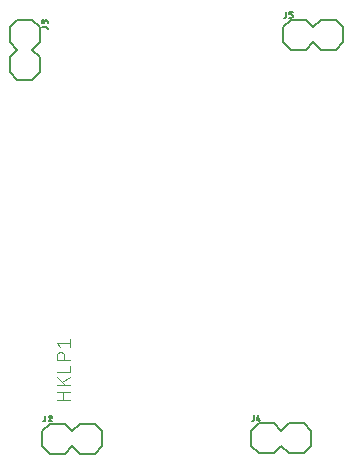
<source format=gto>
G75*
%MOIN*%
%OFA0B0*%
%FSLAX25Y25*%
%IPPOS*%
%LPD*%
%AMOC8*
5,1,8,0,0,1.08239X$1,22.5*
%
%ADD10C,0.00400*%
%ADD11C,0.00800*%
%ADD12C,0.00500*%
D10*
X0018483Y0019940D02*
X0023083Y0019940D01*
X0023083Y0022496D02*
X0018483Y0022496D01*
X0020528Y0022496D02*
X0020528Y0019940D01*
X0021295Y0024807D02*
X0018483Y0027362D01*
X0018483Y0029249D02*
X0023083Y0029249D01*
X0023083Y0031293D01*
X0023083Y0033207D02*
X0018483Y0033207D01*
X0018483Y0034485D01*
X0018485Y0034555D01*
X0018491Y0034626D01*
X0018500Y0034695D01*
X0018514Y0034764D01*
X0018531Y0034833D01*
X0018552Y0034900D01*
X0018577Y0034966D01*
X0018605Y0035030D01*
X0018637Y0035093D01*
X0018672Y0035154D01*
X0018711Y0035213D01*
X0018752Y0035270D01*
X0018797Y0035324D01*
X0018845Y0035376D01*
X0018895Y0035425D01*
X0018949Y0035472D01*
X0019004Y0035515D01*
X0019062Y0035555D01*
X0019122Y0035592D01*
X0019184Y0035625D01*
X0019248Y0035655D01*
X0019313Y0035682D01*
X0019379Y0035705D01*
X0019447Y0035724D01*
X0019516Y0035739D01*
X0019585Y0035751D01*
X0019655Y0035759D01*
X0019726Y0035763D01*
X0019796Y0035763D01*
X0019867Y0035759D01*
X0019937Y0035751D01*
X0020006Y0035739D01*
X0020075Y0035724D01*
X0020143Y0035705D01*
X0020209Y0035682D01*
X0020274Y0035655D01*
X0020338Y0035625D01*
X0020400Y0035592D01*
X0020460Y0035555D01*
X0020518Y0035515D01*
X0020573Y0035472D01*
X0020627Y0035425D01*
X0020677Y0035376D01*
X0020725Y0035324D01*
X0020770Y0035270D01*
X0020811Y0035213D01*
X0020850Y0035154D01*
X0020885Y0035093D01*
X0020917Y0035030D01*
X0020945Y0034966D01*
X0020970Y0034900D01*
X0020991Y0034833D01*
X0021008Y0034764D01*
X0021022Y0034695D01*
X0021031Y0034626D01*
X0021037Y0034555D01*
X0021039Y0034485D01*
X0021039Y0033207D01*
X0019506Y0037490D02*
X0018483Y0038768D01*
X0023083Y0038768D01*
X0023083Y0037490D02*
X0023083Y0040046D01*
X0023083Y0027362D02*
X0020272Y0025829D01*
X0018483Y0024807D02*
X0023083Y0024807D01*
D11*
X0013717Y0004406D02*
X0016217Y0001906D01*
X0021217Y0001906D01*
X0023717Y0004406D01*
X0026217Y0001906D01*
X0031217Y0001906D01*
X0033717Y0004406D01*
X0033717Y0009406D01*
X0031217Y0011906D01*
X0026217Y0011906D01*
X0023717Y0009406D01*
X0021217Y0011906D01*
X0016217Y0011906D01*
X0013717Y0009406D01*
X0013717Y0004406D01*
X0083283Y0004563D02*
X0085783Y0002063D01*
X0090783Y0002063D01*
X0093283Y0004563D01*
X0095783Y0002063D01*
X0100783Y0002063D01*
X0103283Y0004563D01*
X0103283Y0009563D01*
X0100783Y0012063D01*
X0095783Y0012063D01*
X0093283Y0009563D01*
X0090783Y0012063D01*
X0085783Y0012063D01*
X0083283Y0009563D01*
X0083283Y0004563D01*
X0010295Y0126630D02*
X0005295Y0126630D01*
X0002795Y0129130D01*
X0002795Y0134130D01*
X0005295Y0136630D01*
X0002795Y0139130D01*
X0002795Y0144130D01*
X0005295Y0146630D01*
X0010295Y0146630D01*
X0012795Y0144130D01*
X0012795Y0139130D01*
X0010295Y0136630D01*
X0012795Y0134130D01*
X0012795Y0129130D01*
X0010295Y0126630D01*
X0094031Y0139051D02*
X0096531Y0136551D01*
X0101531Y0136551D01*
X0104031Y0139051D01*
X0106531Y0136551D01*
X0111531Y0136551D01*
X0114031Y0139051D01*
X0114031Y0144051D01*
X0111531Y0146551D01*
X0106531Y0146551D01*
X0104031Y0144051D01*
X0101531Y0146551D01*
X0096531Y0146551D01*
X0094031Y0144051D01*
X0094031Y0139051D01*
D12*
X0094281Y0147301D02*
X0094493Y0147301D01*
X0094532Y0147303D01*
X0094571Y0147308D01*
X0094608Y0147317D01*
X0094645Y0147329D01*
X0094681Y0147345D01*
X0094715Y0147364D01*
X0094747Y0147386D01*
X0094777Y0147411D01*
X0094805Y0147439D01*
X0094830Y0147469D01*
X0094852Y0147501D01*
X0094871Y0147535D01*
X0094887Y0147571D01*
X0094899Y0147608D01*
X0094908Y0147645D01*
X0094913Y0147684D01*
X0094915Y0147723D01*
X0094915Y0149201D01*
X0096075Y0149201D02*
X0096075Y0148357D01*
X0096709Y0148357D01*
X0096748Y0148355D01*
X0096787Y0148350D01*
X0096824Y0148341D01*
X0096861Y0148329D01*
X0096897Y0148313D01*
X0096931Y0148294D01*
X0096963Y0148272D01*
X0096993Y0148247D01*
X0097021Y0148219D01*
X0097046Y0148189D01*
X0097068Y0148157D01*
X0097087Y0148123D01*
X0097103Y0148087D01*
X0097115Y0148050D01*
X0097124Y0148013D01*
X0097129Y0147974D01*
X0097131Y0147935D01*
X0097131Y0147723D01*
X0097129Y0147684D01*
X0097124Y0147645D01*
X0097115Y0147608D01*
X0097103Y0147571D01*
X0097087Y0147535D01*
X0097068Y0147501D01*
X0097046Y0147469D01*
X0097021Y0147439D01*
X0096993Y0147411D01*
X0096963Y0147386D01*
X0096931Y0147364D01*
X0096897Y0147345D01*
X0096861Y0147329D01*
X0096824Y0147317D01*
X0096787Y0147308D01*
X0096748Y0147303D01*
X0096709Y0147301D01*
X0096075Y0147301D01*
X0096075Y0149201D02*
X0097131Y0149201D01*
X0015445Y0145852D02*
X0015445Y0145324D01*
X0015445Y0145852D02*
X0015443Y0145897D01*
X0015437Y0145941D01*
X0015428Y0145985D01*
X0015415Y0146028D01*
X0015398Y0146069D01*
X0015378Y0146110D01*
X0015354Y0146148D01*
X0015328Y0146184D01*
X0015298Y0146217D01*
X0015266Y0146248D01*
X0015231Y0146277D01*
X0015194Y0146302D01*
X0015155Y0146323D01*
X0015114Y0146342D01*
X0015072Y0146357D01*
X0015028Y0146368D01*
X0014984Y0146376D01*
X0014939Y0146380D01*
X0014895Y0146380D01*
X0014850Y0146376D01*
X0014806Y0146368D01*
X0014762Y0146357D01*
X0014720Y0146342D01*
X0014679Y0146323D01*
X0014640Y0146302D01*
X0014603Y0146277D01*
X0014568Y0146248D01*
X0014536Y0146217D01*
X0014506Y0146184D01*
X0014480Y0146148D01*
X0014456Y0146110D01*
X0014436Y0146069D01*
X0014419Y0146028D01*
X0014406Y0145985D01*
X0014397Y0145941D01*
X0014391Y0145897D01*
X0014389Y0145852D01*
X0014390Y0145958D02*
X0014390Y0145535D01*
X0014389Y0145958D02*
X0014387Y0145998D01*
X0014381Y0146038D01*
X0014372Y0146077D01*
X0014359Y0146115D01*
X0014342Y0146151D01*
X0014322Y0146186D01*
X0014299Y0146219D01*
X0014272Y0146249D01*
X0014243Y0146277D01*
X0014212Y0146302D01*
X0014178Y0146323D01*
X0014142Y0146342D01*
X0014105Y0146357D01*
X0014066Y0146368D01*
X0014027Y0146376D01*
X0013987Y0146380D01*
X0013947Y0146380D01*
X0013907Y0146376D01*
X0013868Y0146368D01*
X0013829Y0146357D01*
X0013792Y0146342D01*
X0013756Y0146323D01*
X0013722Y0146302D01*
X0013691Y0146277D01*
X0013662Y0146249D01*
X0013635Y0146219D01*
X0013612Y0146186D01*
X0013592Y0146151D01*
X0013575Y0146115D01*
X0013562Y0146077D01*
X0013553Y0146038D01*
X0013547Y0145998D01*
X0013545Y0145958D01*
X0013545Y0145324D01*
X0013545Y0144164D02*
X0015023Y0144164D01*
X0015062Y0144162D01*
X0015101Y0144157D01*
X0015138Y0144148D01*
X0015175Y0144136D01*
X0015211Y0144120D01*
X0015245Y0144101D01*
X0015277Y0144079D01*
X0015307Y0144054D01*
X0015335Y0144026D01*
X0015360Y0143996D01*
X0015382Y0143964D01*
X0015401Y0143930D01*
X0015417Y0143894D01*
X0015429Y0143857D01*
X0015438Y0143820D01*
X0015443Y0143781D01*
X0015445Y0143742D01*
X0015445Y0143530D01*
X0014600Y0014556D02*
X0014600Y0013078D01*
X0014598Y0013039D01*
X0014593Y0013000D01*
X0014584Y0012963D01*
X0014572Y0012926D01*
X0014556Y0012890D01*
X0014537Y0012856D01*
X0014515Y0012824D01*
X0014490Y0012794D01*
X0014462Y0012766D01*
X0014432Y0012741D01*
X0014400Y0012719D01*
X0014366Y0012700D01*
X0014330Y0012684D01*
X0014293Y0012672D01*
X0014256Y0012663D01*
X0014217Y0012658D01*
X0014178Y0012656D01*
X0013967Y0012656D01*
X0015760Y0012656D02*
X0016816Y0012656D01*
X0015760Y0012656D02*
X0016658Y0013711D01*
X0016341Y0014555D02*
X0016293Y0014553D01*
X0016246Y0014547D01*
X0016198Y0014538D01*
X0016152Y0014525D01*
X0016107Y0014508D01*
X0016064Y0014488D01*
X0016022Y0014465D01*
X0015982Y0014438D01*
X0015945Y0014409D01*
X0015909Y0014376D01*
X0015877Y0014341D01*
X0015847Y0014303D01*
X0015821Y0014263D01*
X0015797Y0014221D01*
X0015777Y0014178D01*
X0015761Y0014133D01*
X0016658Y0013711D02*
X0016686Y0013740D01*
X0016713Y0013772D01*
X0016736Y0013806D01*
X0016757Y0013842D01*
X0016775Y0013879D01*
X0016789Y0013918D01*
X0016801Y0013957D01*
X0016809Y0013998D01*
X0016814Y0014039D01*
X0016816Y0014080D01*
X0016814Y0014121D01*
X0016809Y0014162D01*
X0016800Y0014203D01*
X0016787Y0014242D01*
X0016771Y0014281D01*
X0016752Y0014318D01*
X0016730Y0014352D01*
X0016705Y0014385D01*
X0016677Y0014416D01*
X0016646Y0014444D01*
X0016613Y0014469D01*
X0016579Y0014491D01*
X0016542Y0014510D01*
X0016503Y0014526D01*
X0016464Y0014539D01*
X0016423Y0014548D01*
X0016382Y0014553D01*
X0016341Y0014555D01*
X0083533Y0012813D02*
X0083745Y0012813D01*
X0083784Y0012815D01*
X0083823Y0012820D01*
X0083860Y0012829D01*
X0083897Y0012841D01*
X0083933Y0012857D01*
X0083967Y0012876D01*
X0083999Y0012898D01*
X0084029Y0012923D01*
X0084057Y0012951D01*
X0084082Y0012981D01*
X0084104Y0013013D01*
X0084123Y0013047D01*
X0084139Y0013083D01*
X0084151Y0013120D01*
X0084160Y0013157D01*
X0084165Y0013196D01*
X0084167Y0013235D01*
X0084167Y0014713D01*
X0085750Y0014713D02*
X0085327Y0013235D01*
X0086383Y0013235D01*
X0086066Y0013657D02*
X0086066Y0012813D01*
M02*

</source>
